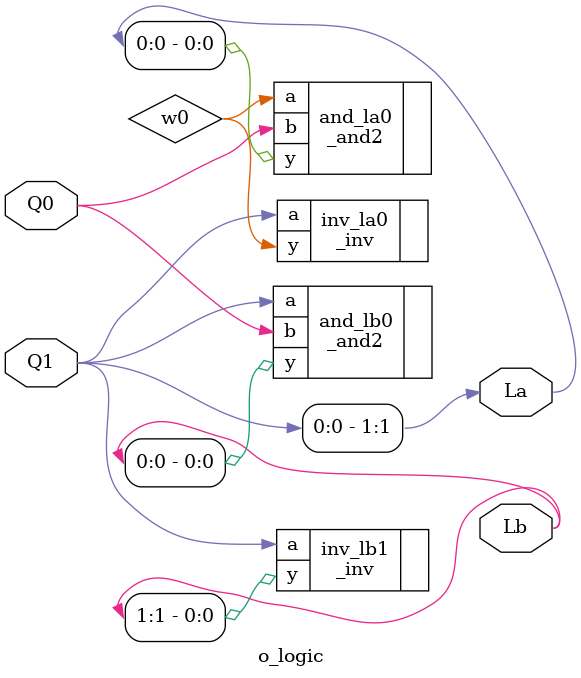
<source format=v>
module o_logic (Q1,Q0,La,Lb);// module name is o_logic, output logic
	input Q1, Q0;// input 1bit
	output [1:0] La, Lb;// 2bit output
	
	// instance module..
	// 2 input and + inverter, inverter, 2 input and gate
	
	wire w0;
	
	// make La1
	assign La[1] = Q1;
	// make La0
	_inv inv_la0(.a(Q1), .y(w0));
	_and2 and_la0(.a(w0), .b(Q0), .y(La[0]));
	// make Lb1
	_inv inv_lb1(.a(Q1), .y(Lb[1]));
	//make Lb0
	_and2 and_lb0(.a(Q1), .b(Q0), .y(Lb[0]));
	
endmodule

</source>
